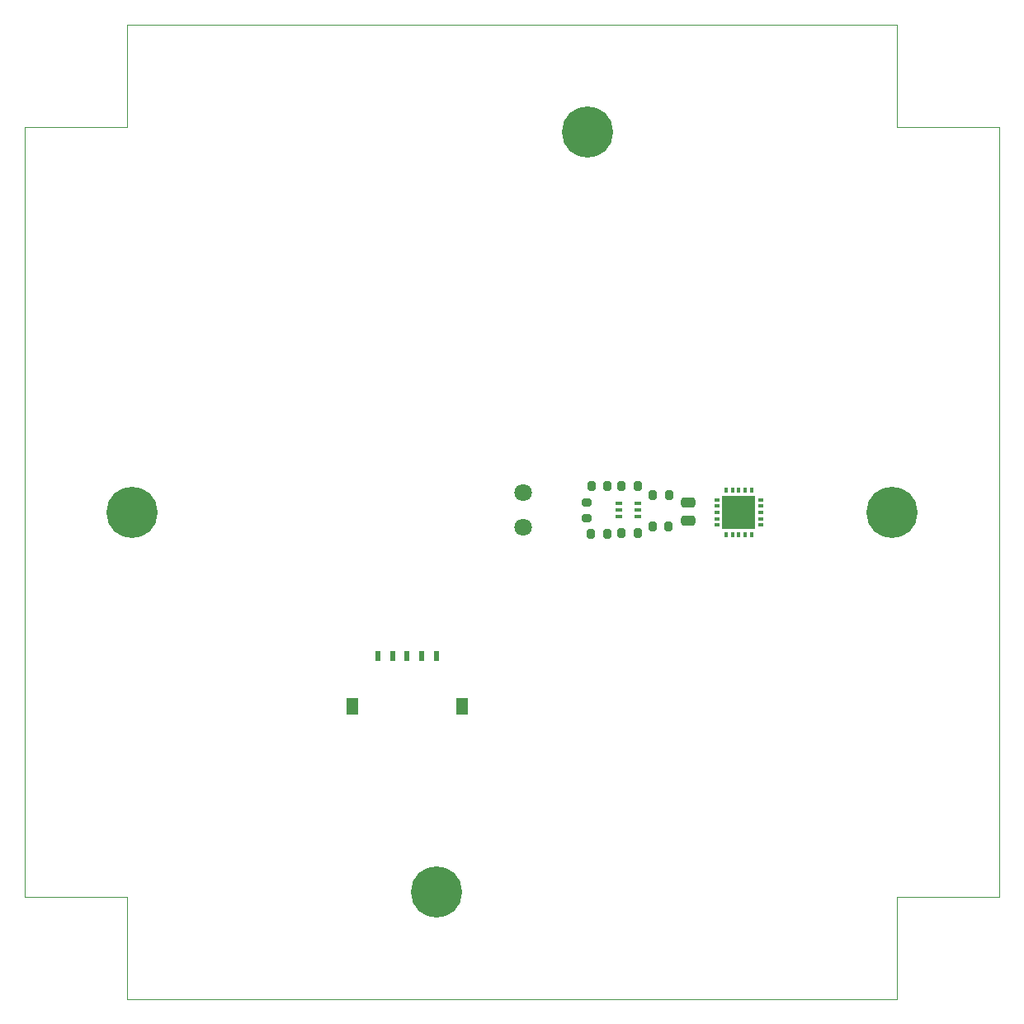
<source format=gbr>
%TF.GenerationSoftware,KiCad,Pcbnew,(6.0.9)*%
%TF.CreationDate,2023-01-30T21:02:38-08:00*%
%TF.ProjectId,solar-panel-side-Z,736f6c61-722d-4706-916e-656c2d736964,2.0*%
%TF.SameCoordinates,Original*%
%TF.FileFunction,Soldermask,Bot*%
%TF.FilePolarity,Negative*%
%FSLAX46Y46*%
G04 Gerber Fmt 4.6, Leading zero omitted, Abs format (unit mm)*
G04 Created by KiCad (PCBNEW (6.0.9)) date 2023-01-30 21:02:38*
%MOMM*%
%LPD*%
G01*
G04 APERTURE LIST*
G04 Aperture macros list*
%AMRoundRect*
0 Rectangle with rounded corners*
0 $1 Rounding radius*
0 $2 $3 $4 $5 $6 $7 $8 $9 X,Y pos of 4 corners*
0 Add a 4 corners polygon primitive as box body*
4,1,4,$2,$3,$4,$5,$6,$7,$8,$9,$2,$3,0*
0 Add four circle primitives for the rounded corners*
1,1,$1+$1,$2,$3*
1,1,$1+$1,$4,$5*
1,1,$1+$1,$6,$7*
1,1,$1+$1,$8,$9*
0 Add four rect primitives between the rounded corners*
20,1,$1+$1,$2,$3,$4,$5,0*
20,1,$1+$1,$4,$5,$6,$7,0*
20,1,$1+$1,$6,$7,$8,$9,0*
20,1,$1+$1,$8,$9,$2,$3,0*%
%AMFreePoly0*
4,1,5,0.190000,-0.275000,-0.190000,-0.275000,-0.190000,0.275000,0.190000,0.275000,0.190000,-0.275000,0.190000,-0.275000,$1*%
%AMFreePoly1*
4,1,5,1.660000,-1.660000,-1.660000,-1.660000,-1.660000,1.660000,1.660000,1.660000,1.660000,-1.660000,1.660000,-1.660000,$1*%
G04 Aperture macros list end*
%TA.AperFunction,Profile*%
%ADD10C,0.050000*%
%TD*%
%ADD11C,5.250000*%
%ADD12R,0.600000X1.000000*%
%ADD13R,1.250000X1.800000*%
%ADD14RoundRect,0.200000X-0.200000X-0.275000X0.200000X-0.275000X0.200000X0.275000X-0.200000X0.275000X0*%
%ADD15RoundRect,0.200000X0.200000X0.275000X-0.200000X0.275000X-0.200000X-0.275000X0.200000X-0.275000X0*%
%ADD16R,0.650000X0.400000*%
%ADD17RoundRect,0.200000X0.275000X-0.200000X0.275000X0.200000X-0.275000X0.200000X-0.275000X-0.200000X0*%
%ADD18RoundRect,0.250000X-0.475000X0.250000X-0.475000X-0.250000X0.475000X-0.250000X0.475000X0.250000X0*%
%ADD19FreePoly0,270.000000*%
%ADD20FreePoly0,180.000000*%
%ADD21FreePoly0,0.000000*%
%ADD22FreePoly1,0.000000*%
%ADD23C,1.800000*%
G04 APERTURE END LIST*
D10*
X99500000Y-45500000D02*
X110000000Y-45500000D01*
X189000000Y-135000000D02*
X110000000Y-135000000D01*
X199500000Y-124500000D02*
X189000000Y-124500000D01*
X189000000Y-45500000D02*
X199500000Y-45500000D01*
X99500000Y-124500000D02*
X99500000Y-45500000D01*
X110000000Y-135000000D02*
X110000000Y-124500000D01*
X110000000Y-35000000D02*
X189000000Y-35000000D01*
X110000000Y-124500000D02*
X99500000Y-124500000D01*
X199500000Y-45500000D02*
X199500000Y-124500000D01*
X189000000Y-35000000D02*
X189000000Y-45500000D01*
X110000000Y-45500000D02*
X110000000Y-35000000D01*
X189000000Y-124500000D02*
X189000000Y-135000000D01*
D11*
%TO.C,J3*%
X110500000Y-85000000D03*
%TD*%
%TO.C,J4*%
X141750000Y-124000000D03*
%TD*%
%TO.C,J5*%
X157250000Y-46000000D03*
%TD*%
%TO.C,J6*%
X188500000Y-85000000D03*
%TD*%
D12*
%TO.C,J1*%
X141750000Y-99750000D03*
X140250000Y-99750000D03*
X138750001Y-99750000D03*
X137249999Y-99750000D03*
X135749999Y-99750000D03*
D13*
X144354999Y-104940000D03*
X133145001Y-104940000D03*
%TD*%
D14*
%TO.C,R4*%
X163939922Y-86470000D03*
X165589922Y-86470000D03*
%TD*%
D15*
%TO.C,R5*%
X165629922Y-83250000D03*
X163979922Y-83250000D03*
%TD*%
D16*
%TO.C,D1*%
X160489922Y-85430000D03*
X160489922Y-84780000D03*
X160489922Y-84130000D03*
X162389922Y-84130000D03*
X162389922Y-84780000D03*
X162389922Y-85430000D03*
%TD*%
D17*
%TO.C,R6*%
X157169922Y-85630000D03*
X157169922Y-83980000D03*
%TD*%
D18*
%TO.C,C6*%
X167559922Y-83980000D03*
X167559922Y-85880000D03*
%TD*%
D15*
%TO.C,R1*%
X162379922Y-87190000D03*
X160729922Y-87190000D03*
%TD*%
D14*
%TO.C,FB1*%
X157599922Y-87210000D03*
X159249922Y-87210000D03*
%TD*%
D19*
%TO.C,U4*%
X170520000Y-86330000D03*
X170520000Y-85680000D03*
X170520000Y-85030000D03*
X170520000Y-84380000D03*
X170520000Y-83730000D03*
D20*
X171470000Y-82780000D03*
X172120000Y-82780000D03*
X172770000Y-82780000D03*
X173420000Y-82780000D03*
X174070000Y-82780000D03*
D19*
X175020000Y-83730000D03*
X175020000Y-84380000D03*
X175020000Y-85030000D03*
X175020000Y-85680000D03*
X175020000Y-86330000D03*
D21*
X174070000Y-87280000D03*
X173420000Y-87280000D03*
X172770000Y-87280000D03*
X172120000Y-87280000D03*
X171470000Y-87280000D03*
D22*
X172770000Y-85030000D03*
%TD*%
D14*
%TO.C,R3*%
X160759922Y-82330000D03*
X162409922Y-82330000D03*
%TD*%
%TO.C,FB2*%
X157639922Y-82330000D03*
X159289922Y-82330000D03*
%TD*%
D23*
%TO.C,J2*%
X150689922Y-83020000D03*
X150689922Y-86520000D03*
%TD*%
M02*

</source>
